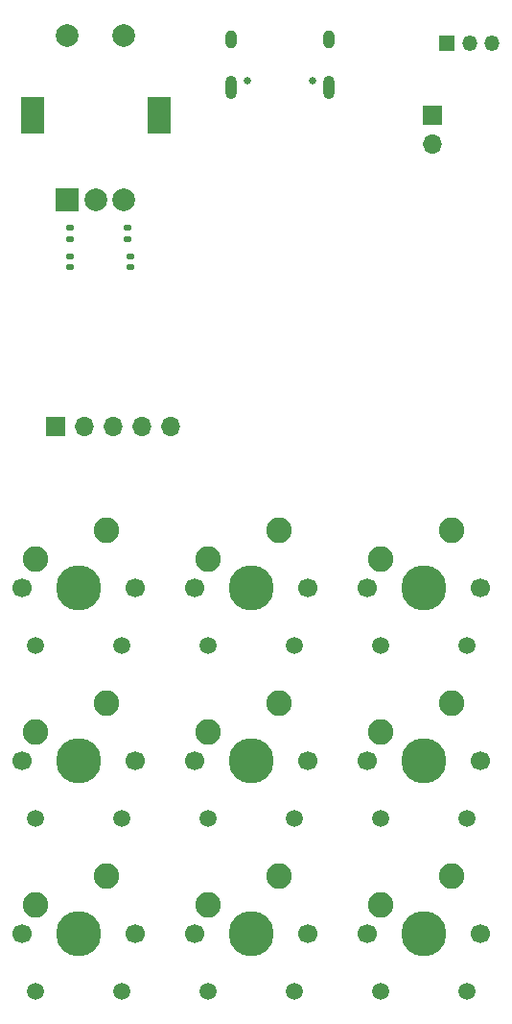
<source format=gbr>
%TF.GenerationSoftware,KiCad,Pcbnew,(6.0.5)*%
%TF.CreationDate,2022-06-10T22:56:38+05:30*%
%TF.ProjectId,mv2,6d76322e-6b69-4636-9164-5f7063625858,rev?*%
%TF.SameCoordinates,Original*%
%TF.FileFunction,Soldermask,Top*%
%TF.FilePolarity,Negative*%
%FSLAX46Y46*%
G04 Gerber Fmt 4.6, Leading zero omitted, Abs format (unit mm)*
G04 Created by KiCad (PCBNEW (6.0.5)) date 2022-06-10 22:56:38*
%MOMM*%
%LPD*%
G01*
G04 APERTURE LIST*
G04 Aperture macros list*
%AMRoundRect*
0 Rectangle with rounded corners*
0 $1 Rounding radius*
0 $2 $3 $4 $5 $6 $7 $8 $9 X,Y pos of 4 corners*
0 Add a 4 corners polygon primitive as box body*
4,1,4,$2,$3,$4,$5,$6,$7,$8,$9,$2,$3,0*
0 Add four circle primitives for the rounded corners*
1,1,$1+$1,$2,$3*
1,1,$1+$1,$4,$5*
1,1,$1+$1,$6,$7*
1,1,$1+$1,$8,$9*
0 Add four rect primitives between the rounded corners*
20,1,$1+$1,$2,$3,$4,$5,0*
20,1,$1+$1,$4,$5,$6,$7,0*
20,1,$1+$1,$6,$7,$8,$9,0*
20,1,$1+$1,$8,$9,$2,$3,0*%
G04 Aperture macros list end*
%ADD10RoundRect,0.140000X0.170000X-0.140000X0.170000X0.140000X-0.170000X0.140000X-0.170000X-0.140000X0*%
%ADD11RoundRect,0.135000X-0.185000X0.135000X-0.185000X-0.135000X0.185000X-0.135000X0.185000X0.135000X0*%
%ADD12C,2.250000*%
%ADD13C,1.508000*%
%ADD14C,1.700000*%
%ADD15C,3.987800*%
%ADD16RoundRect,0.140000X-0.170000X0.140000X-0.170000X-0.140000X0.170000X-0.140000X0.170000X0.140000X0*%
%ADD17C,2.000000*%
%ADD18R,2.000000X3.200000*%
%ADD19R,2.000000X2.000000*%
%ADD20O,1.350000X1.350000*%
%ADD21R,1.350000X1.350000*%
%ADD22O,1.700000X1.700000*%
%ADD23R,1.700000X1.700000*%
%ADD24O,1.000000X2.100000*%
%ADD25O,1.000000X1.600000*%
%ADD26C,0.650000*%
G04 APERTURE END LIST*
D10*
%TO.C,C1*%
X136906000Y-63472000D03*
X136906000Y-62512000D03*
%TD*%
D11*
%TO.C,R2*%
X131572000Y-59942000D03*
X131572000Y-60962000D03*
%TD*%
D12*
%TO.C,U11*%
X143764000Y-89154000D03*
X150084000Y-86614000D03*
D13*
X151384000Y-96774000D03*
X143764000Y-96774000D03*
D14*
X142574000Y-91694000D03*
X152574000Y-91694000D03*
D15*
X147574000Y-91694000D03*
%TD*%
D12*
%TO.C,U9*%
X143764000Y-104394000D03*
X150084000Y-101854000D03*
D13*
X151384000Y-112014000D03*
X143764000Y-112014000D03*
D15*
X147574000Y-106934000D03*
D14*
X152574000Y-106934000D03*
X142574000Y-106934000D03*
%TD*%
D16*
%TO.C,C2*%
X131572000Y-62512000D03*
X131572000Y-63472000D03*
%TD*%
D12*
%TO.C,U12*%
X159004000Y-119634000D03*
X165324000Y-117094000D03*
D13*
X166624000Y-127254000D03*
X159004000Y-127254000D03*
D14*
X157814000Y-122174000D03*
D15*
X162814000Y-122174000D03*
D14*
X167814000Y-122174000D03*
%TD*%
D12*
%TO.C,U10*%
X159004000Y-89154000D03*
X165324000Y-86614000D03*
D13*
X166624000Y-96774000D03*
X159004000Y-96774000D03*
D14*
X157814000Y-91694000D03*
X167814000Y-91694000D03*
D15*
X162814000Y-91694000D03*
%TD*%
D12*
%TO.C,U3*%
X128524000Y-119634000D03*
X134844000Y-117094000D03*
D13*
X136144000Y-127254000D03*
X128524000Y-127254000D03*
D14*
X137334000Y-122174000D03*
D15*
X132334000Y-122174000D03*
D14*
X127334000Y-122174000D03*
%TD*%
D12*
%TO.C,U6*%
X159004000Y-104394000D03*
X165324000Y-101854000D03*
D13*
X166624000Y-112014000D03*
X159004000Y-112014000D03*
D14*
X167814000Y-106934000D03*
X157814000Y-106934000D03*
D15*
X162814000Y-106934000D03*
%TD*%
D12*
%TO.C,U2*%
X143764000Y-119634000D03*
X150084000Y-117094000D03*
D13*
X151384000Y-127254000D03*
X143764000Y-127254000D03*
D14*
X152574000Y-122174000D03*
D15*
X147574000Y-122174000D03*
D14*
X142574000Y-122174000D03*
%TD*%
D12*
%TO.C,U8*%
X128524000Y-104394000D03*
X134844000Y-101854000D03*
D13*
X136144000Y-112014000D03*
X128524000Y-112014000D03*
D14*
X137334000Y-106934000D03*
X127334000Y-106934000D03*
D15*
X132334000Y-106934000D03*
%TD*%
D11*
%TO.C,R3*%
X136652000Y-59942000D03*
X136652000Y-60962000D03*
%TD*%
D17*
%TO.C,S1*%
X131358000Y-43042000D03*
X136358000Y-43042000D03*
D18*
X128258000Y-50042000D03*
X139458000Y-50042000D03*
D17*
X133858000Y-57542000D03*
X136358000Y-57542000D03*
D19*
X131358000Y-57542000D03*
%TD*%
D12*
%TO.C,U13*%
X128524000Y-89154000D03*
X134844000Y-86614000D03*
D13*
X136144000Y-96774000D03*
X128524000Y-96774000D03*
D15*
X132334000Y-91694000D03*
D14*
X127334000Y-91694000D03*
X137334000Y-91694000D03*
%TD*%
D20*
%TO.C,J2*%
X168878000Y-43688000D03*
X166878000Y-43688000D03*
D21*
X164878000Y-43688000D03*
%TD*%
D22*
%TO.C,J1*%
X140462000Y-77470000D03*
X137922000Y-77470000D03*
X135382000Y-77470000D03*
X132842000Y-77470000D03*
D23*
X130302000Y-77470000D03*
%TD*%
D22*
%TO.C,SW1*%
X163628000Y-52614000D03*
D23*
X163628000Y-50074000D03*
%TD*%
D24*
%TO.C,J3*%
X154434000Y-47580000D03*
D25*
X154434000Y-43400000D03*
X145794000Y-43400000D03*
D24*
X145794000Y-47580000D03*
D26*
X147224000Y-47050000D03*
X153004000Y-47050000D03*
%TD*%
M02*

</source>
